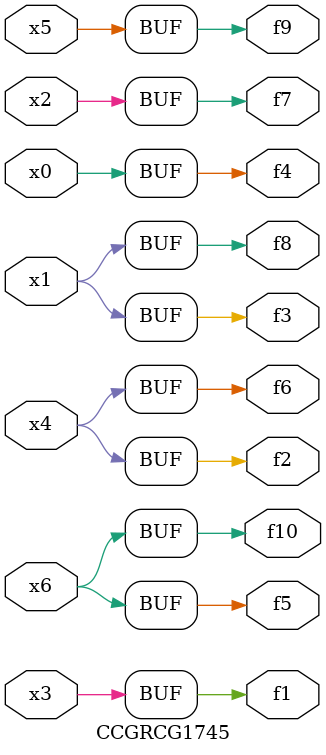
<source format=v>
module CCGRCG1745(
	input x0, x1, x2, x3, x4, x5, x6,
	output f1, f2, f3, f4, f5, f6, f7, f8, f9, f10
);
	assign f1 = x3;
	assign f2 = x4;
	assign f3 = x1;
	assign f4 = x0;
	assign f5 = x6;
	assign f6 = x4;
	assign f7 = x2;
	assign f8 = x1;
	assign f9 = x5;
	assign f10 = x6;
endmodule

</source>
